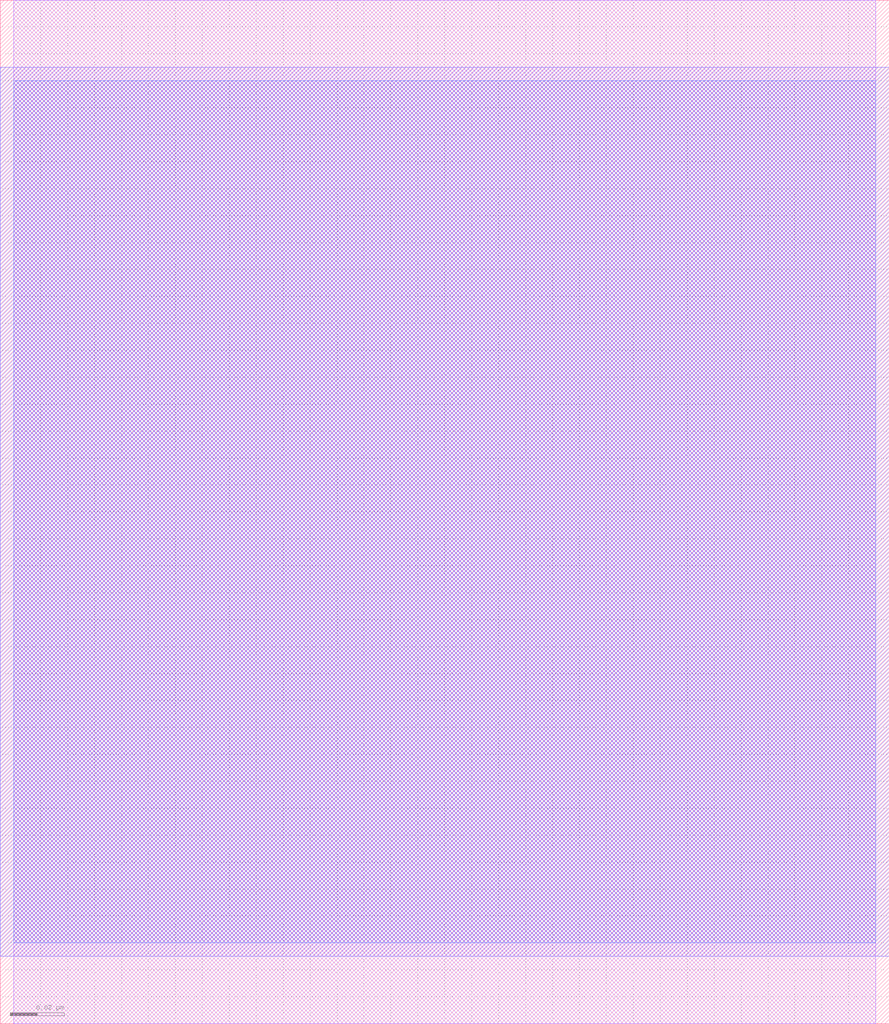
<source format=lef>
# Copyright 2020 The SkyWater PDK Authors
#
# Licensed under the Apache License, Version 2.0 (the "License");
# you may not use this file except in compliance with the License.
# You may obtain a copy of the License at
#
#     https://www.apache.org/licenses/LICENSE-2.0
#
# Unless required by applicable law or agreed to in writing, software
# distributed under the License is distributed on an "AS IS" BASIS,
# WITHOUT WARRANTIES OR CONDITIONS OF ANY KIND, either express or implied.
# See the License for the specific language governing permissions and
# limitations under the License.
#
# SPDX-License-Identifier: Apache-2.0

VERSION 5.7 ;
  NOWIREEXTENSIONATPIN ON ;
  DIVIDERCHAR "/" ;
  BUSBITCHARS "[]" ;
MACRO sky130_fd_pr__via_m3m4__example1
  CLASS BLOCK ;
  FOREIGN sky130_fd_pr__via_m3m4__example1 ;
  ORIGIN  0.005000  0.000000 ;
  SIZE  0.330000 BY  0.380000 ;
  OBS
    LAYER met3 ;
      RECT 0.000000 0.000000 0.320000 0.380000 ;
    LAYER met4 ;
      RECT -0.005000 0.025000 0.325000 0.355000 ;
    LAYER via3 ;
      RECT 0.000000 0.030000 0.320000 0.350000 ;
  END
END sky130_fd_pr__via_m3m4__example1
END LIBRARY

</source>
